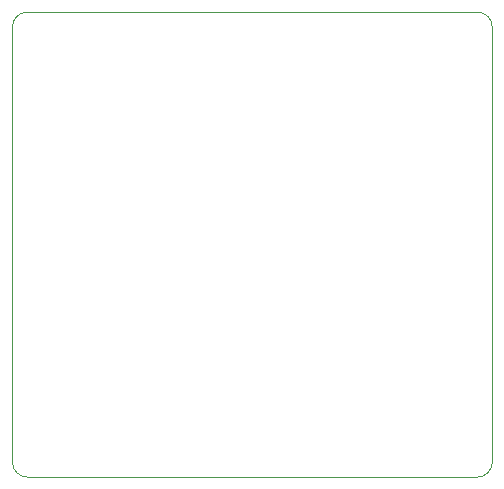
<source format=gbr>
G04 #@! TF.GenerationSoftware,KiCad,Pcbnew,5.1.4+dfsg1-2*
G04 #@! TF.CreationDate,2019-10-25T23:11:50+02:00*
G04 #@! TF.ProjectId,rpi_rpm,7270695f-7270-46d2-9e6b-696361645f70,rev?*
G04 #@! TF.SameCoordinates,Original*
G04 #@! TF.FileFunction,Profile,NP*
%FSLAX46Y46*%
G04 Gerber Fmt 4.6, Leading zero omitted, Abs format (unit mm)*
G04 Created by KiCad (PCBNEW 5.1.4+dfsg1-2) date 2019-10-25 23:11:50*
%MOMM*%
%LPD*%
G04 APERTURE LIST*
%ADD10C,0.050000*%
G04 APERTURE END LIST*
D10*
X132080000Y-118110000D02*
G75*
G02X130810000Y-116840000I0J1270000D01*
G01*
X171450000Y-116840000D02*
G75*
G02X170180000Y-118110000I-1270000J0D01*
G01*
X170180000Y-78740000D02*
G75*
G02X171450000Y-80010000I0J-1270000D01*
G01*
X130810000Y-80010000D02*
G75*
G02X132080000Y-78740000I1270000J0D01*
G01*
X130810000Y-116840000D02*
X130810000Y-80010000D01*
X170180000Y-118110000D02*
X132080000Y-118110000D01*
X171450000Y-80010000D02*
X171450000Y-116840000D01*
X132080000Y-78740000D02*
X170180000Y-78740000D01*
M02*

</source>
